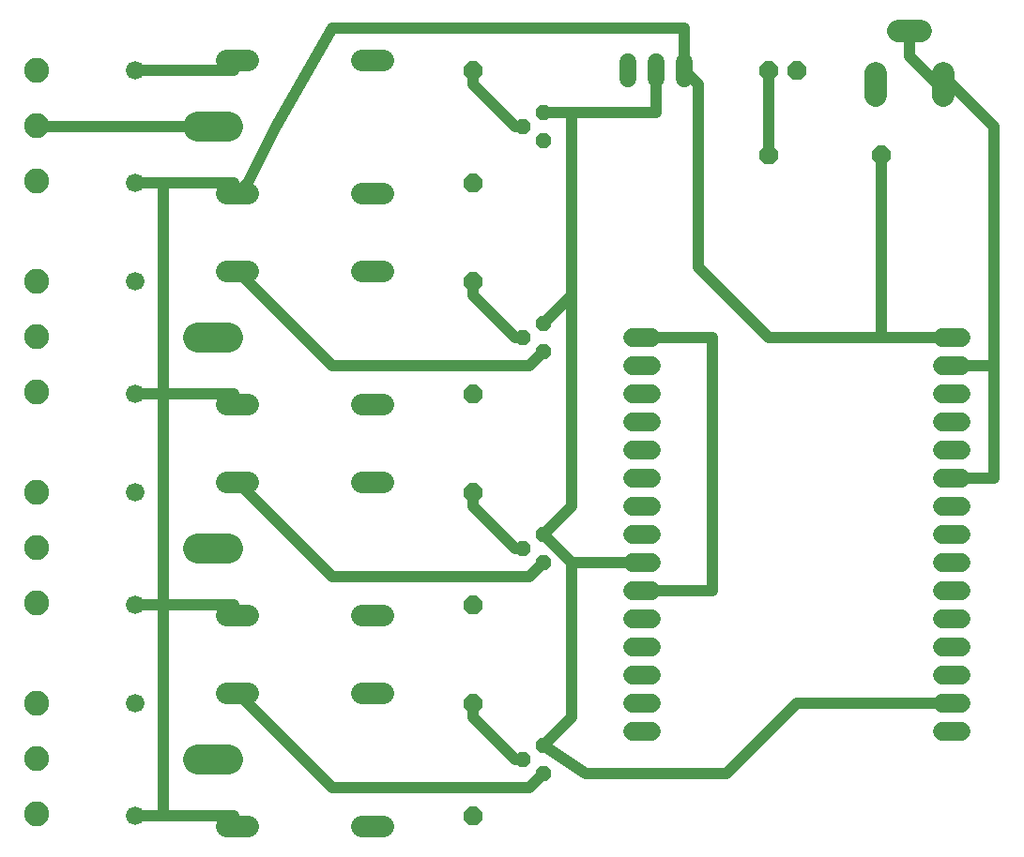
<source format=gbr>
G04 EAGLE Gerber RS-274X export*
G75*
%MOMM*%
%FSLAX34Y34*%
%LPD*%
%INTop Copper*%
%IPPOS*%
%AMOC8*
5,1,8,0,0,1.08239X$1,22.5*%
G01*
%ADD10C,1.676400*%
%ADD11P,1.429621X8X112.500000*%
%ADD12P,1.814519X8X112.500000*%
%ADD13C,1.676400*%
%ADD14C,1.981200*%
%ADD15C,2.705100*%
%ADD16C,1.524000*%
%ADD17C,2.000000*%
%ADD18C,2.250000*%
%ADD19P,1.814519X8X22.500000*%
%ADD20C,1.000000*%


D10*
X935482Y190500D02*
X918718Y190500D01*
X918718Y215900D02*
X935482Y215900D01*
X935482Y241300D02*
X918718Y241300D01*
X918718Y266700D02*
X935482Y266700D01*
X935482Y292100D02*
X918718Y292100D01*
X918718Y317500D02*
X935482Y317500D01*
X935482Y342900D02*
X918718Y342900D01*
X918718Y368300D02*
X935482Y368300D01*
X935482Y393700D02*
X918718Y393700D01*
X918718Y419100D02*
X935482Y419100D01*
X935482Y444500D02*
X918718Y444500D01*
X918718Y469900D02*
X935482Y469900D01*
X935482Y495300D02*
X918718Y495300D01*
X918718Y520700D02*
X935482Y520700D01*
X935482Y546100D02*
X918718Y546100D01*
X656082Y546100D02*
X639318Y546100D01*
X639318Y520700D02*
X656082Y520700D01*
X656082Y495300D02*
X639318Y495300D01*
X639318Y469900D02*
X656082Y469900D01*
X656082Y444500D02*
X639318Y444500D01*
X639318Y419100D02*
X656082Y419100D01*
X656082Y393700D02*
X639318Y393700D01*
X639318Y368300D02*
X656082Y368300D01*
X656082Y342900D02*
X639318Y342900D01*
X639318Y317500D02*
X656082Y317500D01*
X656082Y292100D02*
X639318Y292100D01*
X639318Y266700D02*
X656082Y266700D01*
X656082Y241300D02*
X639318Y241300D01*
X639318Y215900D02*
X656082Y215900D01*
X656082Y190500D02*
X639318Y190500D01*
D11*
X558800Y749300D03*
X539750Y736600D03*
X558800Y723900D03*
D12*
X495300Y685800D03*
X495300Y787400D03*
D13*
X190500Y787400D03*
X190500Y685800D03*
D14*
X393954Y796544D02*
X413766Y796544D01*
X413766Y676656D02*
X393954Y676656D01*
X291846Y796544D02*
X272034Y796544D01*
X272034Y676656D02*
X291846Y676656D01*
D15*
X274384Y736600D02*
X247333Y736600D01*
D16*
X635000Y779780D02*
X635000Y795020D01*
X660400Y795020D02*
X660400Y779780D01*
X685800Y779780D02*
X685800Y795020D01*
D17*
X858000Y784700D02*
X858000Y764700D01*
X919000Y764700D02*
X919000Y784700D01*
X899000Y822700D02*
X879000Y822700D01*
D18*
X101600Y787400D03*
X101600Y737400D03*
X101600Y687400D03*
D11*
X558800Y558800D03*
X539750Y546100D03*
X558800Y533400D03*
D12*
X495300Y495300D03*
X495300Y596900D03*
D13*
X190500Y596900D03*
X190500Y495300D03*
D14*
X393954Y606044D02*
X413766Y606044D01*
X413766Y486156D02*
X393954Y486156D01*
X291846Y606044D02*
X272034Y606044D01*
X272034Y486156D02*
X291846Y486156D01*
D15*
X274384Y546100D02*
X247333Y546100D01*
D18*
X101600Y596900D03*
X101600Y546900D03*
X101600Y496900D03*
D11*
X558800Y368300D03*
X539750Y355600D03*
X558800Y342900D03*
D12*
X495300Y304800D03*
X495300Y406400D03*
D13*
X190500Y406400D03*
X190500Y304800D03*
D14*
X393954Y415544D02*
X413766Y415544D01*
X413766Y295656D02*
X393954Y295656D01*
X291846Y415544D02*
X272034Y415544D01*
X272034Y295656D02*
X291846Y295656D01*
D15*
X274384Y355600D02*
X247333Y355600D01*
D18*
X101600Y406400D03*
X101600Y356400D03*
X101600Y306400D03*
D11*
X558800Y177800D03*
X539750Y165100D03*
X558800Y152400D03*
D12*
X495300Y114300D03*
X495300Y215900D03*
D13*
X190500Y215900D03*
X190500Y114300D03*
D14*
X393954Y225044D02*
X413766Y225044D01*
X413766Y105156D02*
X393954Y105156D01*
X291846Y225044D02*
X272034Y225044D01*
X272034Y105156D02*
X291846Y105156D01*
D15*
X274384Y165100D02*
X247333Y165100D01*
D18*
X101600Y215900D03*
X101600Y165900D03*
X101600Y115900D03*
D19*
X762000Y787400D03*
X787400Y787400D03*
X762000Y711200D03*
X863600Y711200D03*
D20*
X584200Y203200D02*
X558800Y177800D01*
X584200Y203200D02*
X584200Y342900D01*
X558800Y368300D01*
X584200Y342900D02*
X647700Y342900D01*
X660400Y749300D02*
X584200Y749300D01*
X558800Y749300D01*
X660400Y749300D02*
X660400Y787400D01*
X584200Y584200D02*
X558800Y558800D01*
X584200Y584200D02*
X584200Y749300D01*
X889000Y800100D02*
X914400Y774700D01*
X889000Y800100D02*
X889000Y822700D01*
X914400Y774700D02*
X919000Y774700D01*
X927100Y419100D02*
X965200Y419100D01*
X965200Y520700D01*
X927100Y520700D01*
X965200Y736600D02*
X927100Y774700D01*
X965200Y736600D02*
X965200Y520700D01*
X927100Y774700D02*
X919000Y774700D01*
X584200Y393700D02*
X558800Y368300D01*
X584200Y393700D02*
X584200Y584200D01*
X787400Y215900D02*
X927100Y215900D01*
X787400Y215900D02*
X723900Y152400D01*
X596900Y152400D01*
X558800Y177800D01*
X647700Y546100D02*
X711200Y546100D01*
X711200Y317500D01*
X647700Y317500D01*
X533400Y736600D02*
X495300Y774700D01*
X495300Y787400D01*
X533400Y736600D02*
X539750Y736600D01*
X279400Y787400D02*
X190500Y787400D01*
X279400Y787400D02*
X281940Y796544D01*
X260858Y736600D02*
X101600Y736600D01*
X101600Y737400D01*
X495300Y584200D02*
X533400Y546100D01*
X495300Y584200D02*
X495300Y596900D01*
X533400Y546100D02*
X539750Y546100D01*
X558800Y533400D02*
X546100Y520700D01*
X368300Y520700D01*
X292100Y596900D01*
X281940Y606044D01*
X495300Y393700D02*
X533400Y355600D01*
X495300Y393700D02*
X495300Y406400D01*
X533400Y355600D02*
X539750Y355600D01*
X558800Y342900D02*
X546100Y330200D01*
X368300Y330200D01*
X292100Y406400D01*
X281940Y415544D01*
X495300Y203200D02*
X533400Y165100D01*
X495300Y203200D02*
X495300Y215900D01*
X533400Y165100D02*
X539750Y165100D01*
X558800Y152400D02*
X546100Y139700D01*
X368300Y139700D01*
X292100Y215900D01*
X281940Y225044D01*
X863600Y546100D02*
X927100Y546100D01*
X863600Y546100D02*
X762000Y546100D01*
X279400Y114300D02*
X215900Y114300D01*
X190500Y114300D01*
X279400Y114300D02*
X281940Y105156D01*
X279400Y304800D02*
X215900Y304800D01*
X190500Y304800D01*
X279400Y304800D02*
X281940Y295656D01*
X215900Y304800D02*
X215900Y114300D01*
X215900Y495300D02*
X279400Y495300D01*
X215900Y495300D02*
X190500Y495300D01*
X279400Y495300D02*
X281940Y486156D01*
X279400Y685800D02*
X215900Y685800D01*
X190500Y685800D01*
X279400Y685800D02*
X281940Y676656D01*
X215900Y685800D02*
X215900Y495300D01*
X215900Y304800D01*
X685800Y787400D02*
X685800Y825500D01*
X368300Y825500D01*
X317500Y736600D01*
X292100Y685800D01*
X281940Y676656D01*
X863600Y711200D02*
X863600Y546100D01*
X762000Y546100D02*
X698500Y609600D01*
X698500Y774700D01*
X685800Y787400D01*
X762000Y787400D02*
X762000Y711200D01*
M02*

</source>
